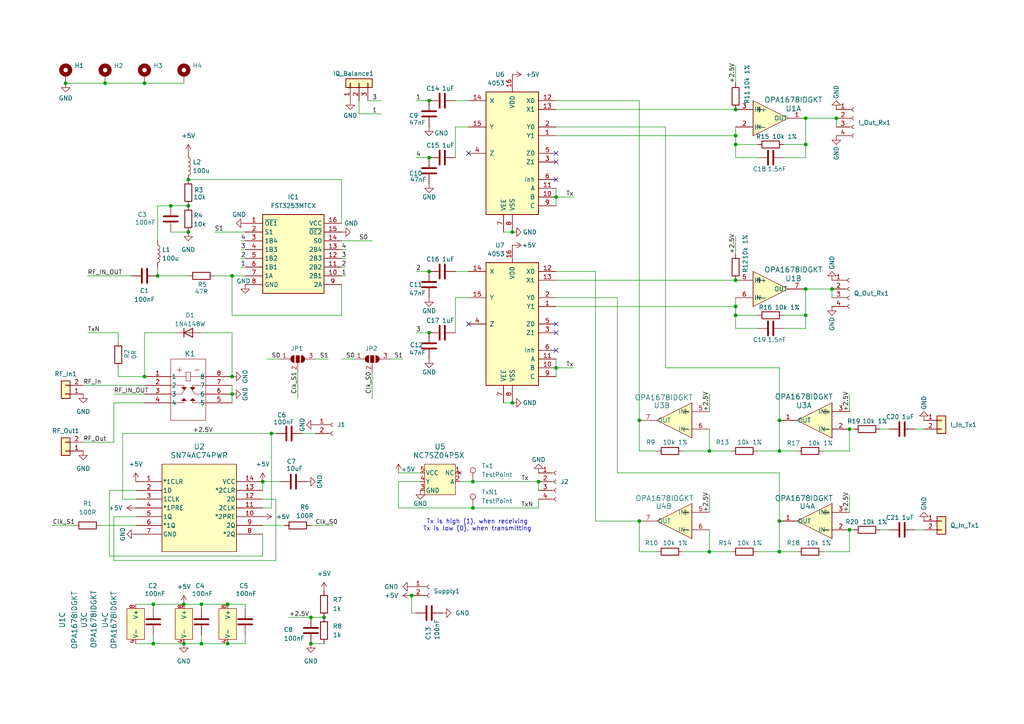
<source format=kicad_sch>
(kicad_sch (version 20231120) (generator "eeschema") (generator_version "8.0")
  (paper "A4")
  (title_block (title "Phasor Radio: Mixer") (date "2024-11-07") (rev "v3") (company "Stefan Meyre, HB9GZE") (comment 1 "74AC74 added"))
  (junction (at 213.36 41.91))
  (junction (at 30.48 24.13))
  (junction (at 226.06 130.81))
  (junction (at 58.42 186.69))
  (junction (at 44.45 186.69))
  (junction (at 67.31 109.22))
  (junction (at 41.91 24.13))
  (junction (at 241.3 83.82))
  (junction (at 185.42 121.92))
  (junction (at 233.68 41.91))
  (junction (at 90.17 179.07))
  (junction (at 41.91 109.22))
  (junction (at 161.29 57.15))
  (junction (at 213.36 31.75))
  (junction (at 58.42 175.26))
  (junction (at 185.42 151.13))
  (junction (at 233.68 34.29))
  (junction (at 54.61 59.69))
  (junction (at 54.61 67.31))
  (junction (at 156.21 139.7))
  (junction (at 67.31 80.01))
  (junction (at 137.16 147.32))
  (junction (at 67.31 114.3))
  (junction (at 53.34 175.26))
  (junction (at 124.46 96.52))
  (junction (at 205.74 130.81))
  (junction (at 78.74 125.73))
  (junction (at 66.04 186.69))
  (junction (at 233.68 91.44))
  (junction (at 213.36 88.9))
  (junction (at 233.68 83.82))
  (junction (at 66.04 175.26))
  (junction (at 213.36 81.28))
  (junction (at 205.74 160.02))
  (junction (at 53.34 186.69))
  (junction (at 93.98 179.07))
  (junction (at 54.61 52.07))
  (junction (at 148.59 67.31))
  (junction (at 226.06 121.92))
  (junction (at 161.29 106.68))
  (junction (at 45.72 80.01))
  (junction (at 119.38 172.72))
  (junction (at 137.16 139.7))
  (junction (at 90.17 186.69))
  (junction (at 213.36 39.37))
  (junction (at 213.36 91.44))
  (junction (at 226.06 160.02))
  (junction (at 19.05 24.13))
  (junction (at 76.2 139.7))
  (junction (at 49.53 59.69))
  (junction (at 246.38 124.46))
  (junction (at 124.46 45.72))
  (junction (at 124.46 29.21))
  (junction (at 246.38 153.67))
  (junction (at 124.46 78.74))
  (junction (at 242.57 34.29))
  (junction (at 44.45 175.26))
  (junction (at 226.06 151.13))
  (junction (at 148.59 116.84))
  (no_connect (at 135.89 44.45))
  (no_connect (at 135.89 93.98))
  (no_connect (at 161.29 52.07))
  (no_connect (at 161.29 93.98))
  (no_connect (at 161.29 96.52))
  (no_connect (at 161.29 101.6))
  (no_connect (at 161.29 44.45))
  (no_connect (at 161.29 46.99))
  (wire (pts (xy 67.31 111.76) (xy 67.31 114.3)))
  (wire (pts (xy 34.29 99.06) (xy 34.29 96.52)))
  (wire (pts (xy 39.37 144.78) (xy 35.56 144.78)))
  (wire (pts (xy 71.12 69.85) (xy 69.85 69.85)))
  (wire (pts (xy 33.02 128.27) (xy 33.02 116.84)))
  (wire (pts (xy 113.03 104.14) (xy 116.84 104.14)))
  (wire (pts (xy 121.92 139.7) (xy 115.57 139.7)))
  (wire (pts (xy 242.57 34.29) (xy 242.57 36.83)))
  (wire (pts (xy 255.27 153.67) (xy 257.81 153.67)))
  (wire (pts (xy 76.2 154.94) (xy 76.2 161.29)))
  (wire (pts (xy 99.06 69.85) (xy 107.95 69.85)))
  (wire (pts (xy 213.36 88.9) (xy 213.36 91.44)))
  (wire (pts (xy 233.68 83.82) (xy 241.3 83.82)))
  (wire (pts (xy 246.38 143.51) (xy 246.38 148.59)))
  (wire (pts (xy 99.06 104.14) (xy 102.87 104.14)))
  (wire (pts (xy 205.74 130.81) (xy 212.09 130.81)))
  (wire (pts (xy 30.48 24.13) (xy 41.91 24.13)))
  (wire (pts (xy 198.12 160.02) (xy 205.74 160.02)))
  (wire (pts (xy 247.65 124.46) (xy 246.38 124.46)))
  (wire (pts (xy 67.31 80.01) (xy 67.31 91.44)))
  (wire (pts (xy 205.74 153.67) (xy 205.74 160.02)))
  (wire (pts (xy 45.72 59.69) (xy 45.72 69.85)))
  (wire (pts (xy 35.56 144.78) (xy 35.56 125.73)))
  (wire (pts (xy 132.08 86.36) (xy 132.08 96.52)))
  (wire (pts (xy 198.12 130.81) (xy 205.74 130.81)))
  (wire (pts (xy 255.27 124.46) (xy 257.81 124.46)))
  (wire (pts (xy 246.38 114.3) (xy 246.38 119.38)))
  (wire (pts (xy 241.3 83.82) (xy 241.3 86.36)))
  (wire (pts (xy 24.13 111.76) (xy 41.91 111.76)))
  (wire (pts (xy 83.82 179.07) (xy 90.17 179.07)))
  (wire (pts (xy 115.57 137.16) (xy 121.92 137.16)))
  (wire (pts (xy 120.65 96.52) (xy 124.46 96.52)))
  (wire (pts (xy 161.29 57.15) (xy 166.37 57.15)))
  (wire (pts (xy 265.43 153.67) (xy 267.97 153.67)))
  (wire (pts (xy 246.38 124.46) (xy 246.38 130.81)))
  (wire (pts (xy 39.37 186.69) (xy 44.45 186.69)))
  (wire (pts (xy 71.12 77.47) (xy 69.85 77.47)))
  (wire (pts (xy 193.04 106.68) (xy 193.04 36.83)))
  (wire (pts (xy 67.31 114.3) (xy 67.31 116.84)))
  (wire (pts (xy 213.36 39.37) (xy 213.36 41.91)))
  (wire (pts (xy 49.53 67.31) (xy 54.61 67.31)))
  (wire (pts (xy 33.02 162.56) (xy 80.01 162.56)))
  (wire (pts (xy 179.07 86.36) (xy 161.29 86.36)))
  (wire (pts (xy 146.05 67.31) (xy 148.59 67.31)))
  (wire (pts (xy 90.17 186.69) (xy 93.98 186.69)))
  (wire (pts (xy 115.57 147.32) (xy 115.57 139.7)))
  (wire (pts (xy 86.36 107.95) (xy 86.36 115.57)))
  (wire (pts (xy 67.31 80.01) (xy 71.12 80.01)))
  (wire (pts (xy 77.47 104.14) (xy 81.28 104.14)))
  (wire (pts (xy 45.72 77.47) (xy 45.72 80.01)))
  (wire (pts (xy 161.29 81.28) (xy 213.36 81.28)))
  (wire (pts (xy 58.42 184.15) (xy 58.42 186.69)))
  (wire (pts (xy 87.63 125.73) (xy 91.44 125.73)))
  (wire (pts (xy 53.34 175.26) (xy 58.42 175.26)))
  (wire (pts (xy 265.43 124.46) (xy 267.97 124.46)))
  (wire (pts (xy 219.71 130.81) (xy 226.06 130.81)))
  (wire (pts (xy 90.17 152.4) (xy 96.52 152.4)))
  (wire (pts (xy 132.08 45.72) (xy 132.08 36.83)))
  (wire (pts (xy 71.12 176.53) (xy 71.12 175.26)))
  (wire (pts (xy 137.16 139.7) (xy 156.21 139.7)))
  (wire (pts (xy 31.75 142.24) (xy 39.37 142.24)))
  (wire (pts (xy 185.42 29.21) (xy 161.29 29.21)))
  (wire (pts (xy 71.12 184.15) (xy 71.12 186.69)))
  (wire (pts (xy 69.85 72.39) (xy 71.12 72.39)))
  (wire (pts (xy 31.75 161.29) (xy 31.75 142.24)))
  (wire (pts (xy 104.14 29.21) (xy 104.14 33.02)))
  (wire (pts (xy 205.74 160.02) (xy 212.09 160.02)))
  (wire (pts (xy 185.42 29.21) (xy 185.42 121.92)))
  (wire (pts (xy 58.42 175.26) (xy 66.04 175.26)))
  (wire (pts (xy 213.36 45.72) (xy 219.71 45.72)))
  (wire (pts (xy 76.2 152.4) (xy 82.55 152.4)))
  (wire (pts (xy 219.71 160.02) (xy 226.06 160.02)))
  (wire (pts (xy 161.29 106.68) (xy 161.29 109.22)))
  (wire (pts (xy 226.06 130.81) (xy 226.06 121.92)))
  (wire (pts (xy 33.02 116.84) (xy 41.91 116.84)))
  (wire (pts (xy 185.42 151.13) (xy 172.72 151.13)))
  (wire (pts (xy 34.29 106.68) (xy 34.29 109.22)))
  (wire (pts (xy 231.14 130.81) (xy 226.06 130.81)))
  (wire (pts (xy 132.08 78.74) (xy 135.89 78.74)))
  (wire (pts (xy 67.31 96.52) (xy 67.31 109.22)))
  (wire (pts (xy 45.72 59.69) (xy 49.53 59.69)))
  (wire (pts (xy 41.91 24.13) (xy 53.34 24.13)))
  (wire (pts (xy 99.06 82.55) (xy 99.06 91.44)))
  (wire (pts (xy 185.42 160.02) (xy 185.42 151.13)))
  (wire (pts (xy 44.45 175.26) (xy 53.34 175.26)))
  (wire (pts (xy 19.05 24.13) (xy 30.48 24.13)))
  (wire (pts (xy 185.42 130.81) (xy 190.5 130.81)))
  (wire (pts (xy 25.4 80.01) (xy 38.1 80.01)))
  (wire (pts (xy 161.29 106.68) (xy 166.37 106.68)))
  (wire (pts (xy 90.17 179.07) (xy 93.98 179.07)))
  (wire (pts (xy 76.2 139.7) (xy 76.2 142.24)))
  (wire (pts (xy 179.07 137.16) (xy 179.07 86.36)))
  (wire (pts (xy 213.36 41.91) (xy 219.71 41.91)))
  (wire (pts (xy 161.29 104.14) (xy 161.29 106.68)))
  (wire (pts (xy 156.21 139.7) (xy 156.21 142.24)))
  (wire (pts (xy 29.21 152.4) (xy 39.37 152.4)))
  (wire (pts (xy 44.45 175.26) (xy 44.45 176.53)))
  (wire (pts (xy 104.14 33.02) (xy 110.49 33.02)))
  (wire (pts (xy 226.06 151.13) (xy 226.06 160.02)))
  (wire (pts (xy 62.23 67.31) (xy 71.12 67.31)))
  (wire (pts (xy 193.04 36.83) (xy 161.29 36.83)))
  (wire (pts (xy 227.33 41.91) (xy 233.68 41.91)))
  (wire (pts (xy 58.42 186.69) (xy 66.04 186.69)))
  (wire (pts (xy 226.06 121.92) (xy 226.06 106.68)))
  (wire (pts (xy 227.33 95.25) (xy 233.68 95.25)))
  (wire (pts (xy 213.36 41.91) (xy 213.36 45.72)))
  (wire (pts (xy 100.33 80.01) (xy 99.06 80.01)))
  (wire (pts (xy 120.65 45.72) (xy 124.46 45.72)))
  (wire (pts (xy 161.29 78.74) (xy 172.72 78.74)))
  (wire (pts (xy 62.23 80.01) (xy 67.31 80.01)))
  (wire (pts (xy 107.95 107.95) (xy 107.95 115.57)))
  (wire (pts (xy 226.06 151.13) (xy 226.06 137.16)))
  (wire (pts (xy 133.35 139.7) (xy 137.16 139.7)))
  (wire (pts (xy 115.57 147.32) (xy 137.16 147.32)))
  (wire (pts (xy 213.36 73.66) (xy 213.36 68.58)))
  (wire (pts (xy 54.61 52.07) (xy 99.06 52.07)))
  (wire (pts (xy 71.12 74.93) (xy 69.85 74.93)))
  (wire (pts (xy 41.91 109.22) (xy 41.91 96.52)))
  (wire (pts (xy 33.02 149.86) (xy 33.02 162.56)))
  (wire (pts (xy 190.5 160.02) (xy 185.42 160.02)))
  (wire (pts (xy 246.38 130.81) (xy 238.76 130.81)))
  (wire (pts (xy 233.68 34.29) (xy 242.57 34.29)))
  (wire (pts (xy 246.38 153.67) (xy 246.38 160.02)))
  (wire (pts (xy 135.89 86.36) (xy 132.08 86.36)))
  (wire (pts (xy 137.16 147.32) (xy 156.21 147.32)))
  (wire (pts (xy 185.42 121.92) (xy 185.42 130.81)))
  (wire (pts (xy 132.08 29.21) (xy 135.89 29.21)))
  (wire (pts (xy 119.38 177.8) (xy 120.65 177.8)))
  (wire (pts (xy 21.59 152.4) (xy 15.24 152.4)))
  (wire (pts (xy 41.91 96.52) (xy 50.8 96.52)))
  (wire (pts (xy 146.05 116.84) (xy 148.59 116.84)))
  (wire (pts (xy 226.06 137.16) (xy 179.07 137.16)))
  (wire (pts (xy 161.29 57.15) (xy 161.29 59.69)))
  (wire (pts (xy 99.06 74.93) (xy 100.33 74.93)))
  (wire (pts (xy 76.2 139.7) (xy 81.28 139.7)))
  (wire (pts (xy 205.74 114.3) (xy 205.74 119.38)))
  (wire (pts (xy 66.04 175.26) (xy 71.12 175.26)))
  (wire (pts (xy 44.45 184.15) (xy 44.45 186.69)))
  (wire (pts (xy 39.37 175.26) (xy 44.45 175.26)))
  (wire (pts (xy 49.53 59.69) (xy 54.61 59.69)))
  (wire (pts (xy 205.74 124.46) (xy 205.74 130.81)))
  (wire (pts (xy 172.72 151.13) (xy 172.72 78.74)))
  (wire (pts (xy 54.61 80.01) (xy 45.72 80.01)))
  (wire (pts (xy 227.33 45.72) (xy 233.68 45.72)))
  (wire (pts (xy 80.01 144.78) (xy 76.2 144.78)))
  (wire (pts (xy 213.36 91.44) (xy 213.36 95.25)))
  (wire (pts (xy 53.34 186.69) (xy 58.42 186.69)))
  (wire (pts (xy 58.42 96.52) (xy 67.31 96.52)))
  (wire (pts (xy 120.65 78.74) (xy 124.46 78.74)))
  (wire (pts (xy 33.02 114.3) (xy 41.91 114.3)))
  (wire (pts (xy 226.06 106.68) (xy 193.04 106.68)))
  (wire (pts (xy 39.37 149.86) (xy 33.02 149.86)))
  (wire (pts (xy 233.68 91.44) (xy 233.68 83.82)))
  (wire (pts (xy 119.38 172.72) (xy 119.38 177.8)))
  (wire (pts (xy 91.44 104.14) (xy 95.25 104.14)))
  (wire (pts (xy 35.56 125.73) (xy 78.74 125.73)))
  (wire (pts (xy 161.29 54.61) (xy 161.29 57.15)))
  (wire (pts (xy 80.01 162.56) (xy 80.01 144.78)))
  (wire (pts (xy 233.68 95.25) (xy 233.68 91.44)))
  (wire (pts (xy 100.33 77.47) (xy 99.06 77.47)))
  (wire (pts (xy 99.06 91.44) (xy 67.31 91.44)))
  (wire (pts (xy 132.08 36.83) (xy 135.89 36.83)))
  (wire (pts (xy 213.36 88.9) (xy 213.36 86.36)))
  (wire (pts (xy 161.29 39.37) (xy 213.36 39.37)))
  (wire (pts (xy 78.74 125.73) (xy 80.01 125.73)))
  (wire (pts (xy 34.29 109.22) (xy 41.91 109.22)))
  (wire (pts (xy 213.36 91.44) (xy 219.71 91.44)))
  (wire (pts (xy 161.29 88.9) (xy 213.36 88.9)))
  (wire (pts (xy 226.06 160.02) (xy 231.14 160.02)))
  (wire (pts (xy 213.36 24.13) (xy 213.36 19.05)))
  (wire (pts (xy 233.68 41.91) (xy 233.68 34.29)))
  (wire (pts (xy 99.06 52.07) (xy 99.06 64.77)))
  (wire (pts (xy 213.36 39.37) (xy 213.36 36.83)))
  (wire (pts (xy 24.13 128.27) (xy 33.02 128.27)))
  (wire (pts (xy 25.4 96.52) (xy 34.29 96.52)))
  (wire (pts (xy 247.65 153.67) (xy 246.38 153.67)))
  (wire (pts (xy 58.42 175.26) (xy 58.42 176.53)))
  (wire (pts (xy 161.29 31.75) (xy 213.36 31.75)))
  (wire (pts (xy 78.74 147.32) (xy 78.74 125.73)))
  (wire (pts (xy 246.38 160.02) (xy 238.76 160.02)))
  (wire (pts (xy 227.33 91.44) (xy 233.68 91.44)))
  (wire (pts (xy 71.12 186.69) (xy 66.04 186.69)))
  (wire (pts (xy 106.68 29.21) (xy 110.49 29.21)))
  (wire (pts (xy 213.36 95.25) (xy 219.71 95.25)))
  (wire (pts (xy 120.65 29.21) (xy 124.46 29.21)))
  (wire (pts (xy 76.2 161.29) (xy 31.75 161.29)))
  (wire (pts (xy 233.68 45.72) (xy 233.68 41.91)))
  (wire (pts (xy 100.33 72.39) (xy 99.06 72.39)))
  (wire (pts (xy 205.74 143.51) (xy 205.74 148.59)))
  (wire (pts (xy 44.45 186.69) (xy 53.34 186.69)))
  (wire (pts (xy 156.21 144.78) (xy 156.21 147.32)))
  (wire (pts (xy 76.2 147.32) (xy 78.74 147.32)))
  (text "Tx is high (1), when receiving\nTx is low (0), when transmitting" (at 138.43 152.4 0) (effects (font (size 1.27 1.27))))
  (label "3" (at 69.85 72.39 0))
  (label "3" (at 120.65 96.52 0))
  (label "RF_IN_OUT" (at 33.02 114.3 0))
  (label "+2.5V" (at 213.36 73.66 90))
  (label "S1" (at 114.3 104.14 0))
  (label "1" (at 69.85 77.47 0))
  (label "S0" (at 104.14 69.85 0))
  (label "Clk_S0" (at 107.95 114.3 90))
  (label "Clk_S1" (at 86.36 114.3 90))
  (label "2" (at 69.85 74.93 0))
  (label "1" (at 107.95 33.02 0))
  (label "TxN" (at 25.4 96.52 0))
  (label "Tx" (at 166.37 57.15 180))
  (label "RF_Out" (at 24.13 128.27 0))
  (label "+2.5V" (at 205.74 148.59 90))
  (label "+2.5V" (at 246.38 148.59 90))
  (label "S0" (at 78.74 104.14 0))
  (label "+2.5V" (at 246.38 119.38 90))
  (label "1" (at 120.65 29.21 0))
  (label "Clk_S0" (at 91.44 152.4 0))
  (label "Tx" (at 166.37 106.68 180))
  (label "+2.5V" (at 55.88 125.73 0))
  (label "2" (at 120.65 78.74 0))
  (label "4" (at 120.65 45.72 0))
  (label "TxN" (at 151.13 147.32 0))
  (label "RF_IN_OUT" (at 25.4 80.01 0))
  (label "S1" (at 92.71 104.14 0))
  (label "RF_In" (at 24.13 111.76 0))
  (label "4" (at 69.85 69.85 0))
  (label "4" (at 99.06 72.39 0))
  (label "+2.5V" (at 83.82 179.07 0))
  (label "S1" (at 62.23 67.31 0))
  (label "+2.5V" (at 213.36 24.13 90))
  (label "2" (at 99.06 77.47 0))
  (label "Clk_S1" (at 15.24 152.4 0))
  (label "3" (at 99.06 74.93 0))
  (label "S0" (at 100.33 104.14 0))
  (label "+2.5V" (at 205.74 119.38 90))
  (label "3" (at 107.95 29.21 0))
  (label "Tx" (at 151.13 139.7 0))
  (label "1" (at 99.06 80.01 0))
  (symbol (lib_id "Device:R") (at 34.29 102.87 180) (unit 1)
    (property "Reference" "R2" (at 36.83 102.616 90))
    (property "Value" "0R" (at 38.862 102.87 90))
    (property "Footprint" "Resistor_SMD:R_0805_2012Metric_Pad1.20x1.40mm_HandSolder" (effects (hide yes)))
    (property "Description" "Resistor" (effects (hide yes)))
  )
  (symbol (lib_id "power:+5V") (at 115.57 137.16 0) (unit 1)
    (property "Reference" "#PWR023" (effects (hide yes)))
    (property "Value" "+5V" (at 118.364 136.144 0))
    (property "Description" "Power symbol creates a global label with name \"+5V\"" (effects (hide yes)))
  )
  (symbol (lib_id "Device:R") (at 223.52 91.44 90) (unit 1)
    (property "Reference" "R16" (at 221.996 89.154 90))
    (property "Value" "10k 1%" (at 228.346 89.154 90))
    (property "Footprint" "Resistor_SMD:R_0805_2012Metric_Pad1.20x1.40mm_HandSolder" (effects (hide yes)))
    (property "Description" "Resistor" (effects (hide yes)))
  )
  (symbol (lib_id "power:GND") (at 53.34 186.69 0) (unit 1)
    (property "Reference" "#PWR08" (effects (hide yes)))
    (property "Value" "GND" (at 53.34 191.77 0))
    (property "Description" "Power symbol creates a global label with name \"GND\" , ground" (effects (hide yes)))
  )
  (symbol (lib_id "Mechanical:MountingHole_Pad") (at 19.05 21.59 0) (unit 1)
    (property "Reference" "H1" (at 21.59 19.0499 0) (effects (justify left)))
    (property "Value" "MountingHole_Pad" (effects (hide yes)))
    (property "Footprint" "MountingHole:MountingHole_2.7mm_M2.5_DIN965_Pad_TopBottom" (effects (hide yes)))
    (property "Description" "Mounting Hole with connection" (effects (hide yes)))
  )
  (symbol (lib_id "power:+5V") (at 93.98 171.45 0) (unit 1)
    (property "Reference" "#PWR020" (effects (hide yes)))
    (property "Value" "+5V" (at 93.98 166.37 0))
    (property "Description" "Power symbol creates a global label with name \"+5V\"" (effects (hide yes)))
  )
  (symbol (lib_id "Device:R") (at 25.4 152.4 270) (unit 1)
    (property "Reference" "R1" (at 25.4 146.05 90))
    (property "Value" "100R" (at 25.4 148.59 90))
    (property "Footprint" "Resistor_SMD:R_0603_1608Metric_Pad0.98x0.95mm_HandSolder" (effects (hide yes)))
    (property "Description" "Resistor" (effects (hide yes)))
  )
  (symbol (lib_id "Jumper:SolderJumper_3_Open") (at 86.36 104.14 0) (unit 1) (exclude_from_sim yes) (in_bom no)
    (property "Reference" "JP1" (at 86.106 101.092 0))
    (property "Value" "SolderJumper_3_Open" (effects (hide yes)))
    (property "Footprint" "Jumper:SolderJumper-3_P1.3mm_Open_Pad1.0x1.5mm_NumberLabels" (effects (hide yes)))
    (property "Description" "Solder Jumper, 3-pole, open" (effects (hide yes)))
  )
  (symbol (lib_id "Device:L") (at 45.72 73.66 0) (unit 1)
    (property "Reference" "L1" (at 46.99 72.3899 0) (effects (justify left)))
    (property "Value" "100u" (at 46.99 74.9299 0) (effects (justify left)))
    (property "Footprint" "Inductor_SMD:L_0805_2012Metric_Pad1.15x1.40mm_HandSolder" (effects (hide yes)))
    (property "Description" "Inductor" (effects (hide yes)))
  )
  (symbol (lib_id "power:GND") (at 242.57 39.37 0) (unit 1)
    (property "Reference" "#PWR040" (effects (hide yes)))
    (property "Value" "GND" (at 242.57 44.45 90))
    (property "Description" "Power symbol creates a global label with name \"GND\" , ground" (effects (hide yes)))
  )
  (symbol (lib_id "Device:R") (at 215.9 160.02 90) (unit 1)
    (property "Reference" "R14" (at 210.312 157.48 90))
    (property "Value" "10k 1%" (at 217.424 157.48 90))
    (property "Footprint" "Resistor_SMD:R_0805_2012Metric_Pad1.20x1.40mm_HandSolder" (effects (hide yes)))
    (property "Description" "Resistor" (effects (hide yes)))
  )
  (symbol (lib_id "Connector:Conn_01x02_Socket") (at 124.46 170.18 0) (unit 1)
    (property "Reference" "Supply1" (at 125.73 171.4499 0) (effects (justify left)))
    (property "Value" "Conn_01x02_Socket" (effects (hide yes)))
    (property "Footprint" "Connector_JST:JST_EH_B2B-EH-A_1x02_P2.50mm_Vertical" (effects (hide yes)))
    (property "Description" "Generic connector, single row, 01x02, script generated" (effects (hide yes)))
  )
  (symbol (lib_id "Device:C") (at 71.12 180.34 180) (unit 1)
    (property "Reference" "C5" (at 69.342 169.926 0) (effects (justify right)))
    (property "Value" "100nF" (at 68.326 172.212 0) (effects (justify right)))
    (property "Footprint" "Capacitor_SMD:C_0805_2012Metric_Pad1.18x1.45mm_HandSolder" (effects (hide yes)))
    (property "Description" "Unpolarized capacitor" (effects (hide yes)))
  )
  (symbol (lib_id "Connector:Conn_01x04_Socket") (at 247.65 34.29 0) (unit 1)
    (property "Reference" "I_Out_Rx1" (at 248.92 35.5599 0) (effects (justify left)))
    (property "Value" "Conn_01x04_Socket" (effects (hide yes)))
    (property "Footprint" "Connector_JST:JST_EH_B4B-EH-A_1x04_P2.50mm_Vertical" (effects (hide yes)))
    (property "Description" "Generic connector, single row, 01x04, script generated" (effects (hide yes)))
  )
  (symbol (lib_id "power:GND") (at 24.13 130.81 0) (unit 1)
    (property "Reference" "#PWR03" (effects (hide yes)))
    (property "Value" "GND" (at 24.13 135.89 0))
    (property "Description" "Power symbol creates a global label with name \"GND\" , ground" (effects (hide yes)))
  )
  (symbol (lib_id "power:GND") (at 99.06 67.31 90) (unit 1)
    (property "Reference" "#PWR021" (effects (hide yes)))
    (property "Value" "GND" (at 101.854 64.77 90))
    (property "Description" "Power symbol creates a global label with name \"GND\" , ground" (effects (hide yes)))
  )
  (symbol (lib_id "power:GND") (at 124.46 53.34 0) (unit 1)
    (property "Reference" "#PWR028" (effects (hide yes)))
    (property "Value" "GND" (at 124.46 57.15 0))
    (property "Description" "Power symbol creates a global label with name \"GND\" , ground" (effects (hide yes)))
  )
  (symbol (lib_id "Private:OPA1678IDGKT") (at 223.52 82.55 0) (mirror x) (unit 2)
    (property "Reference" "U1" (at 230.124 80.772 0) (effects (font (size 1.524 1.524))))
    (property "Value" "OPA1678IDGKT" (at 230.124 78.232 0) (effects (font (size 1.524 1.524))))
    (property "Footprint" "Private:OPA1678_L" (effects (hide yes)))
    (property "Datasheet" "OPA1678IDGKT" (effects (hide yes)))
  )
  (symbol (lib_id "power:GND") (at 91.44 123.19 270) (unit 1)
    (property "Reference" "#PWR019" (effects (hide yes)))
    (property "Value" "GND" (at 87.63 123.19 0))
    (property "Description" "Power symbol creates a global label with name \"GND\" , ground" (effects (hide yes)))
  )
  (symbol (lib_id "power:+5V") (at 76.2 149.86 270) (unit 1)
    (property "Reference" "#PWR016" (effects (hide yes)))
    (property "Value" "+5V" (at 80.01 149.8599 90) (effects (justify left)))
    (property "Description" "Power symbol creates a global label with name \"+5V\"" (effects (hide yes)))
  )
  (symbol (lib_id "Device:R") (at 194.31 160.02 90) (unit 1)
    (property "Reference" "R10" (at 188.976 157.48 90))
    (property "Value" "10k 1%" (at 195.834 157.48 90))
    (property "Footprint" "Resistor_SMD:R_0805_2012Metric_Pad1.20x1.40mm_HandSolder" (effects (hide yes)))
    (property "Description" "Resistor" (effects (hide yes)))
  )
  (symbol (lib_id "Device:R") (at 234.95 160.02 90) (unit 1)
    (property "Reference" "R18" (at 230.124 157.48 90))
    (property "Value" "10k 1%" (at 237.49 157.48 90))
    (property "Footprint" "Resistor_SMD:R_0805_2012Metric_Pad1.20x1.40mm_HandSolder" (effects (hide yes)))
    (property "Description" "Resistor" (effects (hide yes)))
  )
  (symbol (lib_id "Device:C") (at 124.46 177.8 270) (unit 1)
    (property "Reference" "C13" (at 124.206 185.674 0) (effects (justify right)))
    (property "Value" "100nF" (at 126.746 185.674 0) (effects (justify right)))
    (property "Footprint" "Capacitor_SMD:C_0805_2012Metric_Pad1.18x1.45mm_HandSolder" (effects (hide yes)))
    (property "Description" "Unpolarized capacitor" (effects (hide yes)))
  )
  (symbol (lib_id "power:+5V") (at 76.2 139.7 0) (unit 1)
    (property "Reference" "#PWR015" (effects (hide yes)))
    (property "Value" "+5V" (at 76.2 134.62 0))
    (property "Description" "Power symbol creates a global label with name \"+5V\"" (effects (hide yes)))
  )
  (symbol (lib_id "Device:R") (at 194.31 130.81 90) (unit 1)
    (property "Reference" "R9" (at 188.722 128.27 90))
    (property "Value" "10k 1%" (at 195.834 128.27 90))
    (property "Footprint" "Resistor_SMD:R_0805_2012Metric_Pad1.20x1.40mm_HandSolder" (effects (hide yes)))
    (property "Description" "Resistor" (effects (hide yes)))
  )
  (symbol (lib_id "Device:C") (at 128.27 96.52 270) (unit 1)
    (property "Reference" "C17" (at 127.508 92.964 90) (effects (justify right)))
    (property "Value" "1uF" (at 131.826 92.964 90) (effects (justify right)))
    (property "Footprint" "Capacitor_SMD:C_0805_2012Metric_Pad1.18x1.45mm_HandSolder" (effects (hide yes)))
    (property "Description" "Unpolarized capacitor" (effects (hide yes)))
  )
  (symbol (lib_id "power:GND") (at 242.57 31.75 180) (unit 1)
    (property "Reference" "#PWR039" (effects (hide yes)))
    (property "Value" "GND" (at 242.57 26.67 90))
    (property "Description" "Power symbol creates a global label with name \"GND\" , ground" (effects (hide yes)))
  )
  (symbol (lib_id "Private:SN74AC74PWR") (at 39.37 139.7 0) (unit 1)
    (property "Reference" "U2" (at 57.785 129.54 0) (effects (font (size 1.524 1.524))))
    (property "Value" "SN74AC74PWR" (at 57.785 132.08 0) (effects (font (size 1.524 1.524))))
    (property "Footprint" "Private:74AC74-L" (effects (hide yes)))
    (property "Datasheet" "SN74AC74PWR" (effects (hide yes)))
  )
  (symbol (lib_id "power:GND") (at 267.97 151.13 180) (unit 1)
    (property "Reference" "#PWR042" (effects (hide yes)))
    (property "Value" "GND" (at 267.97 146.05 90))
    (property "Description" "Power symbol creates a global label with name \"GND\" , ground" (effects (hide yes)))
  )
  (symbol (lib_id "Mechanical:MountingHole_Pad") (at 41.91 21.59 0) (unit 1)
    (property "Reference" "H3" (at 44.45 19.0499 0) (effects (justify left)))
    (property "Value" "MountingHole_Pad" (effects (hide yes)))
    (property "Footprint" "MountingHole:MountingHole_2.7mm_M2.5_DIN965_Pad_TopBottom" (effects (hide yes)))
    (property "Description" "Mounting Hole with connection" (effects (hide yes)))
  )
  (symbol (lib_id "Device:L") (at 54.61 48.26 0) (unit 1)
    (property "Reference" "L2" (at 55.88 46.9899 0) (effects (justify left)))
    (property "Value" "100u" (at 55.88 49.5299 0) (effects (justify left)))
    (property "Footprint" "Inductor_SMD:L_0805_2012Metric_Pad1.15x1.40mm_HandSolder" (effects (hide yes)))
    (property "Description" "Inductor" (effects (hide yes)))
  )
  (symbol (lib_id "Connector:TestPoint") (at 137.16 147.32 0) (unit 1)
    (property "Reference" "TxN1" (at 139.7 142.7479 0) (effects (justify left)))
    (property "Value" "TestPoint" (at 139.7 145.2879 0) (effects (justify left)))
    (property "Footprint" "Connector_Pin:Pin_D0.7mm_L6.5mm_W1.8mm_FlatFork" (effects (hide yes)))
    (property "Description" "test point" (effects (hide yes)))
  )
  (symbol (lib_id "power:GND") (at 124.46 86.36 0) (unit 1)
    (property "Reference" "#PWR029" (effects (hide yes)))
    (property "Value" "GND" (at 124.46 90.17 0))
    (property "Description" "Power symbol creates a global label with name \"GND\" , ground" (effects (hide yes)))
  )
  (symbol (lib_id "Device:R") (at 215.9 130.81 90) (unit 1)
    (property "Reference" "R13" (at 209.55 128.27 90))
    (property "Value" "10k 1%" (at 217.424 128.27 90))
    (property "Footprint" "Resistor_SMD:R_0805_2012Metric_Pad1.20x1.40mm_HandSolder" (effects (hide yes)))
    (property "Description" "Resistor" (effects (hide yes)))
  )
  (symbol (lib_id "Connector_Generic:Conn_01x02") (at 19.05 130.81 180) (unit 1)
    (property "Reference" "RF_Out1" (at 19.05 124.968 0))
    (property "Value" "Conn_01x02" (effects (hide yes)))
    (property "Footprint" "Connector_PinHeader_2.54mm:PinHeader_1x02_P2.54mm_Vertical" (effects (hide yes)))
    (property "Description" "Generic connector, single row, 01x02, script generated (kicad-library-utils/schlib/autogen/connector/)" (effects (hide yes)))
  )
  (symbol (lib_id "power:GND") (at 156.21 137.16 180) (unit 1)
    (property "Reference" "#PWR036" (effects (hide yes)))
    (property "Value" "GND" (at 156.21 133.35 0))
    (property "Description" "Power symbol creates a global label with name \"GND\" , ground" (effects (hide yes)))
  )
  (symbol (lib_id "Diode:1N4148W") (at 54.61 96.52 0) (unit 1)
    (property "Reference" "D1" (at 55.118 91.44 0))
    (property "Value" "1N4148W" (at 55.118 93.98 0))
    (property "Footprint" "Diode_SMD:D_SOD-123" (effects (hide yes)))
    (property "Datasheet" "https://www.vishay.com/docs/85748/1n4148w.pdf" (effects (hide yes)))
    (property "Description" "75V 0.15A Fast Switching Diode, SOD-123" (effects (hide yes)))
    (property "Sim.Device" "D" (effects (hide yes)))
    (property "Sim.Pins" "1=K 2=A" (effects (hide yes)))
  )
  (symbol (lib_id "power:GND") (at 54.61 67.31 0) (unit 1)
    (property "Reference" "#PWR010" (effects (hide yes)))
    (property "Value" "GND" (at 54.61 72.39 0))
    (property "Description" "Power symbol creates a global label with name \"GND\" , ground" (effects (hide yes)))
  )
  (symbol (lib_id "power:GND") (at 121.92 142.24 0) (unit 1)
    (property "Reference" "#PWR026" (effects (hide yes)))
    (property "Value" "GND" (at 121.92 146.05 0))
    (property "Description" "Power symbol creates a global label with name \"GND\" , ground" (effects (hide yes)))
  )
  (symbol (lib_id "Private:OPA1678IDGKT") (at 236.22 149.86 180) (unit 1)
    (property "Reference" "U4" (at 234.188 146.812 0) (effects (font (size 1.524 1.524))))
    (property "Value" "OPA1678IDGKT" (at 233.172 144.526 0) (effects (font (size 1.524 1.524))))
    (property "Footprint" "Private:OPA1678_L" (effects (hide yes)))
    (property "Datasheet" "OPA1678IDGKT" (effects (hide yes)))
  )
  (symbol (lib_id "4xxx:4053") (at 148.59 93.98 0) (mirror y) (unit 1)
    (property "Reference" "U7" (at 146.3959 71.12 0) (effects (justify left)))
    (property "Value" "4053" (at 146.3959 73.66 0) (effects (justify left)))
    (property "Footprint" "Private:TSSOP16_5P1X4P5_NEX" (effects (hide yes)))
    (property "Datasheet" "http://www.intersil.com/content/dam/Intersil/documents/cd40/cd4051bms-52bms-53bms.pdf" (effects (hide yes)))
    (property "Description" "Triple analog Multiplexer 2 to 1 line" (effects (hide yes)))
  )
  (symbol (lib_id "Jumper:SolderJumper_3_Open") (at 107.95 104.14 0) (unit 1) (exclude_from_sim yes) (in_bom no)
    (property "Reference" "JP2" (at 107.696 101.092 0))
    (property "Value" "SolderJumper_3_Open" (effects (hide yes)))
    (property "Footprint" "Jumper:SolderJumper-3_P1.3mm_Open_Pad1.0x1.5mm_NumberLabels" (effects (hide yes)))
    (property "Description" "Solder Jumper, 3-pole, open" (effects (hide yes)))
  )
  (symbol (lib_id "power:GND") (at 148.59 116.84 90) (unit 1)
    (property "Reference" "#PWR035" (effects (hide yes)))
    (property "Value" "GND" (at 153.67 116.84 90))
    (property "Description" "Power symbol creates a global label with name \"GND\" , ground" (effects (hide yes)))
  )
  (symbol (lib_id "Connector_Generic:Conn_01x03") (at 104.14 24.13 90) (unit 1)
    (property "Reference" "IQ_Balance1" (at 108.458 21.336 90) (effects (justify left)))
    (property "Value" "Conn_01x03" (effects (hide yes)))
    (property "Footprint" "Connector_PinHeader_1.00mm:PinHeader_1x03_P1.00mm_Vertical" (effects (hide yes)))
    (property "Description" "Generic connector, single row, 01x03, script generated (kicad-library-utils/schlib/autogen/connector/)" (effects (hide yes)))
  )
  (symbol (lib_id "power:+5V") (at 148.59 71.12 270) (unit 1)
    (property "Reference" "#PWR034" (effects (hide yes)))
    (property "Value" "+5V" (at 153.416 71.12 90))
    (property "Description" "Power symbol creates a global label with name \"+5V\"" (effects (hide yes)))
  )
  (symbol (lib_id "power:+5V") (at 39.37 147.32 90) (unit 1)
    (property "Reference" "#PWR05" (effects (hide yes)))
    (property "Value" "+5V" (at 35.56 147.3199 90) (effects (justify left)))
    (property "Description" "Power symbol creates a global label with name \"+5V\"" (effects (hide yes)))
  )
  (symbol (lib_id "power:GND") (at 148.59 67.31 90) (unit 1)
    (property "Reference" "#PWR033" (effects (hide yes)))
    (property "Value" "GND" (at 153.67 67.31 90))
    (property "Description" "Power symbol creates a global label with name \"GND\" , ground" (effects (hide yes)))
  )
  (symbol (lib_id "Device:C") (at 44.45 180.34 180) (unit 1)
    (property "Reference" "C2" (at 42.926 169.926 0) (effects (justify right)))
    (property "Value" "100nF" (at 41.91 172.212 0) (effects (justify right)))
    (property "Footprint" "Capacitor_SMD:C_0805_2012Metric_Pad1.18x1.45mm_HandSolder" (effects (hide yes)))
    (property "Description" "Unpolarized capacitor" (effects (hide yes)))
  )
  (symbol (lib_id "Device:R") (at 58.42 80.01 90) (unit 1)
    (property "Reference" "R5" (at 58.674 82.55 90))
    (property "Value" "47R" (at 58.42 84.582 90))
    (property "Footprint" "Resistor_SMD:R_0805_2012Metric_Pad1.20x1.40mm_HandSolder" (effects (hide yes)))
    (property "Description" "Resistor" (effects (hide yes)))
  )
  (symbol (lib_id "Device:C") (at 124.46 49.53 180) (unit 1)
    (property "Reference" "C10" (at 118.618 50.292 0) (effects (justify right)))
    (property "Value" "47nF" (at 118.872 52.07 0) (effects (justify right)))
    (property "Footprint" "Capacitor_SMD:C_0805_2012Metric_Pad1.18x1.45mm_HandSolder" (effects (hide yes)))
    (property "Description" "Unpolarized capacitor" (effects (hide yes)))
  )
  (symbol (lib_id "Device:C") (at 223.52 95.25 270) (unit 1)
    (property "Reference" "C19" (at 222.25 98.552 90) (effects (justify right)))
    (property "Value" "1.5nF" (at 228.092 98.552 90) (effects (justify right)))
    (property "Footprint" "Capacitor_SMD:C_0805_2012Metric_Pad1.18x1.45mm_HandSolder" (effects (hide yes)))
    (property "Description" "Unpolarized capacitor" (effects (hide yes)))
  )
  (symbol (lib_id "Device:C") (at 124.46 82.55 180) (unit 1)
    (property "Reference" "C11" (at 118.618 82.55 0) (effects (justify right)))
    (property "Value" "47nF" (at 118.618 85.09 0) (effects (justify right)))
    (property "Footprint" "Capacitor_SMD:C_0805_2012Metric_Pad1.18x1.45mm_HandSolder" (effects (hide yes)))
    (property "Description" "Unpolarized capacitor" (effects (hide yes)))
  )
  (symbol (lib_id "Device:R") (at 251.46 153.67 90) (unit 1)
    (property "Reference" "R20" (at 247.142 151.384 90))
    (property "Value" "10k 1%" (at 253.746 151.384 90))
    (property "Footprint" "Resistor_SMD:R_0805_2012Metric_Pad1.20x1.40mm_HandSolder" (effects (hide yes)))
    (property "Description" "Resistor" (effects (hide yes)))
  )
  (symbol (lib_id "Device:R") (at 93.98 175.26 180) (unit 1)
    (property "Reference" "R7" (at 96.52 173.9899 0) (effects (justify right)))
    (property "Value" "1k" (at 96.52 176.5299 0) (effects (justify right)))
    (property "Footprint" "Resistor_SMD:R_0805_2012Metric_Pad1.20x1.40mm_HandSolder" (effects (hide yes)))
    (property "Description" "Resistor" (effects (hide yes)))
  )
  (symbol (lib_id "power:+5V") (at 119.38 172.72 90) (unit 1)
    (property "Reference" "#PWR025" (effects (hide yes)))
    (property "Value" "+5V" (at 115.57 172.7199 90) (effects (justify left)))
    (property "Description" "Power symbol creates a global label with name \"+5V\"" (effects (hide yes)))
  )
  (symbol (lib_id "Connector:Conn_01x04_Socket") (at 246.38 83.82 0) (unit 1)
    (property "Reference" "Q_Out_Rx1" (at 247.65 85.0899 0) (effects (justify left)))
    (property "Value" "Conn_01x04_Socket" (effects (hide yes)))
    (property "Footprint" "Connector_JST:JST_EH_B4B-EH-A_1x04_P2.50mm_Vertical" (effects (hide yes)))
    (property "Description" "Generic connector, single row, 01x04, script generated" (effects (hide yes)))
  )
  (symbol (lib_id "Mechanical:MountingHole_Pad") (at 53.34 21.59 0) (unit 1)
    (property "Reference" "H4" (at 55.88 19.0499 0) (effects (justify left)))
    (property "Value" "MountingHole_Pad" (effects (hide yes)))
    (property "Footprint" "MountingHole:MountingHole_2.7mm_M2.5_DIN965_Pad_TopBottom" (effects (hide yes)))
    (property "Description" "Mounting Hole with connection" (effects (hide yes)))
  )
  (symbol (lib_id "Private:OPA1678IDGKT") (at 195.58 120.65 180) (unit 2)
    (property "Reference" "U3" (at 191.9732 117.602 0) (effects (font (size 1.524 1.524))))
    (property "Value" "OPA1678IDGKT" (at 192.532 115.316 0) (effects (font (size 1.524 1.524))))
    (property "Footprint" "Private:OPA1678_L" (effects (hide yes)))
    (property "Datasheet" "OPA1678IDGKT" (effects (hide yes)))
  )
  (symbol (lib_id "power:GND") (at 67.31 109.22 90) (unit 1)
    (property "Reference" "#PWR011" (effects (hide yes)))
    (property "Value" "GND" (at 71.12 109.22 0))
    (property "Description" "Power symbol creates a global label with name \"GND\" , ground" (effects (hide yes)))
  )
  (symbol (lib_id "power:+5V") (at 54.61 44.45 0) (unit 1)
    (property "Reference" "#PWR09" (effects (hide yes)))
    (property "Value" "+5V" (at 54.61 39.37 0))
    (property "Description" "Power symbol creates a global label with name \"+5V\"" (effects (hide yes)))
  )
  (symbol (lib_id "power:GND") (at 128.27 177.8 90) (unit 1)
    (property "Reference" "#PWR031" (effects (hide yes)))
    (property "Value" "GND" (at 132.08 177.7999 90) (effects (justify right)))
    (property "Description" "Power symbol creates a global label with name \"GND\" , ground" (effects (hide yes)))
  )
  (symbol (lib_id "power:GND") (at 241.3 81.28 180) (unit 1)
    (property "Reference" "#PWR037" (effects (hide yes)))
    (property "Value" "GND" (at 241.3 76.2 90))
    (property "Description" "Power symbol creates a global label with name \"GND\" , ground" (effects (hide yes)))
  )
  (symbol (lib_id "power:+5V") (at 53.34 175.26 0) (unit 1)
    (property "Reference" "#PWR07" (effects (hide yes)))
    (property "Value" "+5V" (at 53.34 170.18 0))
    (property "Description" "Power symbol creates a global label with name \"+5V\"" (effects (hide yes)))
  )
  (symbol (lib_id "power:+5V") (at 148.59 21.59 270) (unit 1)
    (property "Reference" "#PWR032" (effects (hide yes)))
    (property "Value" "+5V" (at 152.4 21.5899 90) (effects (justify left)))
    (property "Description" "Power symbol creates a global label with name \"+5V\"" (effects (hide yes)))
  )
  (symbol (lib_id "Device:R") (at 213.36 77.47 180) (unit 1)
    (property "Reference" "R12" (at 216.154 77.216 90))
    (property "Value" "10k 1%" (at 216.154 71.628 90))
    (property "Footprint" "Resistor_SMD:R_0805_2012Metric_Pad1.20x1.40mm_HandSolder" (effects (hide yes)))
    (property "Description" "Resistor" (effects (hide yes)))
  )
  (symbol (lib_id "power:GND") (at 39.37 154.94 270) (unit 1)
    (property "Reference" "#PWR06" (effects (hide yes)))
    (property "Value" "GND" (at 35.56 154.94 0))
    (property "Description" "Power symbol creates a global label with name \"GND\" , ground" (effects (hide yes)))
  )
  (symbol (lib_id "Private:OPA1678IDGKT") (at 38.1 181.61 270) (unit 3)
    (property "Reference" "U1" (at 18.034 179.832 0) (effects (font (size 1.524 1.524))))
    (property "Value" "OPA1678IDGKT" (at 21.59 179.832 0) (effects (font (size 1.524 1.524))))
    (property "Footprint" "Private:OPA1678_L" (effects (hide yes)))
    (property "Datasheet" "OPA1678IDGKT" (effects (hide yes)))
  )
  (symbol (lib_id "power:GND") (at 71.12 82.55 0) (unit 1)
    (property "Reference" "#PWR014" (effects (hide yes)))
    (property "Value" "GND" (at 70.612 81.534 0))
    (property "Description" "Power symbol creates a global label with name \"GND\" , ground" (effects (hide yes)))
  )
  (symbol (lib_id "Device:C") (at 58.42 180.34 180) (unit 1)
    (property "Reference" "C4" (at 56.642 169.926 0) (effects (justify right)))
    (property "Value" "100nF" (at 55.626 172.212 0) (effects (justify right)))
    (property "Footprint" "Capacitor_SMD:C_0805_2012Metric_Pad1.18x1.45mm_HandSolder" (effects (hide yes)))
    (property "Description" "Unpolarized capacitor" (effects (hide yes)))
  )
  (symbol (lib_id "Device:C") (at 85.09 139.7 270) (unit 1)
    (property "Reference" "C7" (at 85.852 133.858 90) (effects (justify right)))
    (property "Value" "10uF" (at 87.884 135.89 90) (effects (justify right)))
    (property "Footprint" "Capacitor_SMD:C_0805_2012Metric_Pad1.18x1.45mm_HandSolder" (effects (hide yes)))
    (property "Description" "Unpolarized capacitor" (effects (hide yes)))
  )
  (symbol (lib_id "Connector_Generic:Conn_01x02") (at 273.05 121.92 0) (unit 1)
    (property "Reference" "I_In_Tx1" (at 275.59 123.1899 0) (effects (justify left)))
    (property "Value" "Conn_01x02" (effects (hide yes)))
    (property "Footprint" "Connector_JST:JST_EH_B2B-EH-A_1x02_P2.50mm_Vertical" (effects (hide yes)))
    (property "Description" "Generic connector, single row, 01x02, script generated (kicad-library-utils/schlib/autogen/connector/)" (effects (hide yes)))
  )
  (symbol (lib_id "power:GND") (at 88.9 139.7 90) (unit 1)
    (property "Reference" "#PWR017" (effects (hide yes)))
    (property "Value" "GND" (at 92.71 139.7 0))
    (property "Description" "Power symbol creates a global label with name \"GND\" , ground" (effects (hide yes)))
  )
  (symbol (lib_id "power:GND") (at 124.46 104.14 0) (unit 1)
    (property "Reference" "#PWR030" (effects (hide yes)))
    (property "Value" "GND" (at 124.46 107.95 0))
    (property "Description" "Power symbol creates a global label with name \"GND\" , ground" (effects (hide yes)))
  )
  (symbol (lib_id "Device:R") (at 54.61 55.88 0) (unit 1)
    (property "Reference" "R3" (at 57.658 55.118 0))
    (property "Value" "10k" (at 57.912 57.15 0))
    (property "Footprint" "Resistor_SMD:R_0805_2012Metric_Pad1.20x1.40mm_HandSolder" (effects (hide yes)))
    (property "Description" "Resistor" (effects (hide yes)))
  )
  (symbol (lib_id "Device:C") (at 128.27 78.74 270) (unit 1)
    (property "Reference" "C16" (at 127.508 75.184 90) (effects (justify right)))
    (property "Value" "1uF" (at 131.826 75.184 90) (effects (justify right)))
    (property "Footprint" "Capacitor_SMD:C_0805_2012Metric_Pad1.18x1.45mm_HandSolder" (effects (hide yes)))
    (property "Description" "Unpolarized capacitor" (effects (hide yes)))
  )
  (symbol (lib_id "Private:G6K-2F-Y_DC3") (at 41.91 109.22 0) (unit 1)
    (property "Reference" "K1" (at 55.118 102.616 0) (effects (font (size 1.524 1.524))))
    (property "Value" "G6K-2F-Y DC3" (effects (hide yes)))
    (property "Footprint" "Private:G6K-2F-Y DC3_OMR" (effects (hide yes)))
    (property "Datasheet" "G6K-2F-Y DC3" (effects (hide yes)))
  )
  (symbol (lib_id "Device:R") (at 54.61 63.5 0) (unit 1)
    (property "Reference" "R4" (at 56.134 62.484 0) (effects (justify left)))
    (property "Value" "10k" (at 56.134 65.024 0) (effects (justify left)))
    (property "Footprint" "Resistor_SMD:R_0805_2012Metric_Pad1.20x1.40mm_HandSolder" (effects (hide yes)))
    (property "Description" "Resistor" (effects (hide yes)))
  )
  (symbol (lib_id "Device:C") (at 128.27 45.72 270) (unit 1)
    (property "Reference" "C15" (at 127.508 42.164 90) (effects (justify right)))
    (property "Value" "1uF" (at 131.826 42.164 90) (effects (justify right)))
    (property "Footprint" "Capacitor_SMD:C_0805_2012Metric_Pad1.18x1.45mm_HandSolder" (effects (hide yes)))
    (property "Description" "Unpolarized capacitor" (effects (hide yes)))
  )
  (symbol (lib_id "Device:C") (at 49.53 63.5 180) (unit 1)
    (property "Reference" "C3" (at 39.878 62.23 0) (effects (justify right)))
    (property "Value" "100nF" (at 39.116 64.516 0) (effects (justify right)))
    (property "Footprint" "Capacitor_SMD:C_0805_2012Metric_Pad1.18x1.45mm_HandSolder" (effects (hide yes)))
    (property "Description" "Unpolarized capacitor" (effects (hide yes)))
  )
  (symbol (lib_id "Private:OPA1678IDGKT") (at 52.07 181.61 270) (unit 3)
    (property "Reference" "U3" (at 24.384 179.832 0) (effects (font (size 1.524 1.524))))
    (property "Value" "OPA1678IDGKT" (at 33.02 179.832 0) (effects (font (size 1.524 1.524))))
    (property "Footprint" "Private:OPA1678_L" (effects (hide yes)))
    (property "Datasheet" "OPA1678IDGKT" (effects (hide yes)))
  )
  (symbol (lib_id "power:GND") (at 90.17 186.69 0) (unit 1)
    (property "Reference" "#PWR018" (effects (hide yes)))
    (property "Value" "GND" (at 90.17 191.77 0))
    (property "Description" "Power symbol creates a global label with name \"GND\" , ground" (effects (hide yes)))
  )
  (symbol (lib_id "power:GND") (at 267.97 121.92 180) (unit 1)
    (property "Reference" "#PWR041" (effects (hide yes)))
    (property "Value" "GND" (at 267.97 116.84 90))
    (property "Description" "Power symbol creates a global label with name \"GND\" , ground" (effects (hide yes)))
  )
  (symbol (lib_id "Connector:Conn_01x04_Socket") (at 161.29 139.7 0) (unit 1)
    (property "Reference" "J2" (at 162.56 139.6999 0) (effects (justify left)))
    (property "Value" "Conn_01x04_Socket" (effects (hide yes)))
    (property "Footprint" "Connector_JST:JST_EH_B4B-EH-A_1x04_P2.50mm_Vertical" (effects (hide yes)))
    (property "Description" "Generic connector, single row, 01x04, script generated" (effects (hide yes)))
  )
  (symbol (lib_id "Device:R") (at 213.36 27.94 180) (unit 1)
    (property "Reference" "R11" (at 216.662 28.194 90))
    (property "Value" "10k 1%" (at 216.662 22.352 90))
    (property "Footprint" "Resistor_SMD:R_0805_2012Metric_Pad1.20x1.40mm_HandSolder" (effects (hide yes)))
    (property "Description" "Resistor" (effects (hide yes)))
  )
  (symbol (lib_id "Private:OPA1678IDGKT") (at 223.52 33.02 0) (mirror x) (unit 1)
    (property "Reference" "U1" (at 230.124 31.496 0) (effects (font (size 1.524 1.524))))
    (property "Value" "OPA1678IDGKT" (at 230.124 28.956 0) (effects (font (size 1.524 1.524))))
    (property "Footprint" "Private:OPA1678_L" (effects (hide yes)))
    (property "Datasheet" "OPA1678IDGKT" (effects (hide yes)))
  )
  (symbol (lib_id "Device:C") (at 223.52 45.72 270) (unit 1)
    (property "Reference" "C18" (at 222.25 49.022 90) (effects (justify right)))
    (property "Value" "1.5nF" (at 228.092 49.022 90) (effects (justify right)))
    (property "Footprint" "Capacitor_SMD:C_0805_2012Metric_Pad1.18x1.45mm_HandSolder" (effects (hide yes)))
    (property "Description" "Unpolarized capacitor" (effects (hide yes)))
  )
  (symbol (lib_id "power:GND") (at 24.13 114.3 0) (unit 1)
    (property "Reference" "#PWR02" (effects (hide yes)))
    (property "Value" "GND" (at 24.13 119.38 0))
    (property "Description" "Power symbol creates a global label with name \"GND\" , ground" (effects (hide yes)))
  )
  (symbol (lib_id "power:GND") (at 71.12 64.77 270) (unit 1)
    (property "Reference" "#PWR013" (effects (hide yes)))
    (property "Value" "GND" (at 69.342 62.23 90))
    (property "Description" "Power symbol creates a global label with name \"GND\" , ground" (effects (hide yes)))
  )
  (symbol (lib_id "Connector_Generic:Conn_01x02") (at 19.05 114.3 180) (unit 1)
    (property "Reference" "RF_In1" (at 19.05 108.458 0))
    (property "Value" "Conn_01x02" (effects (hide yes)))
    (property "Footprint" "Connector_PinHeader_2.54mm:PinHeader_1x02_P2.54mm_Vertical" (effects (hide yes)))
    (property "Description" "Generic connector, single row, 01x02, script generated (kicad-library-utils/schlib/autogen/connector/)" (effects (hide yes)))
  )
  (symbol (lib_id "Device:C") (at 261.62 153.67 270) (unit 1)
    (property "Reference" "C21" (at 260.858 150.114 90) (effects (justify right)))
    (property "Value" "1uF" (at 265.176 150.114 90) (effects (justify right)))
    (property "Footprint" "Capacitor_SMD:C_0805_2012Metric_Pad1.18x1.45mm_HandSolder" (effects (hide yes)))
    (property "Description" "Unpolarized capacitor" (effects (hide yes)))
  )
  (symbol (lib_id "Mechanical:MountingHole_Pad") (at 30.48 21.59 0) (unit 1)
    (property "Reference" "H2" (at 33.02 19.0499 0) (effects (justify left)))
    (property "Value" "MountingHole_Pad" (effects (hide yes)))
    (property "Footprint" "MountingHole:MountingHole_2.7mm_M2.5_DIN965_Pad_TopBottom" (effects (hide yes)))
    (property "Description" "Mounting Hole with connection" (effects (hide yes)))
  )
  (symbol (lib_id "Device:C") (at 124.46 100.33 180) (unit 1)
    (property "Reference" "C12" (at 118.872 100.076 0) (effects (justify right)))
    (property "Value" "47nF" (at 118.618 102.362 0) (effects (justify right)))
    (property "Footprint" "Capacitor_SMD:C_0805_2012Metric_Pad1.18x1.45mm_HandSolder" (effects (hide yes)))
    (property "Description" "Unpolarized capacitor" (effects (hide yes)))
  )
  (symbol (lib_id "Device:C") (at 90.17 182.88 180) (unit 1)
    (property "Reference" "C8" (at 82.296 182.626 0) (effects (justify right)))
    (property "Value" "100nF" (at 82.296 185.166 0) (effects (justify right)))
    (property "Footprint" "Capacitor_SMD:C_0805_2012Metric_Pad1.18x1.45mm_HandSolder" (effects (hide yes)))
    (property "Description" "Unpolarized capacitor" (effects (hide yes)))
  )
  (symbol (lib_id "Device:R") (at 223.52 41.91 90) (unit 1)
    (property "Reference" "R15" (at 221.234 39.624 90))
    (property "Value" "10k 1%" (at 227.584 39.624 90))
    (property "Footprint" "Resistor_SMD:R_0805_2012Metric_Pad1.20x1.40mm_HandSolder" (effects (hide yes)))
    (property "Description" "Resistor" (effects (hide yes)))
  )
  (symbol (lib_id "Private:OPA1678IDGKT") (at 64.77 181.61 270) (unit 3)
    (property "Reference" "U4" (at 30.48 179.832 0) (effects (font (size 1.524 1.524))))
    (property "Value" "OPA1678IDGKT" (at 27.178 179.578 0) (effects (font (size 1.524 1.524))))
    (property "Footprint" "Private:OPA1678_L" (effects (hide yes)))
    (property "Datasheet" "OPA1678IDGKT" (effects (hide yes)))
  )
  (symbol (lib_id "Private:OPA1678IDGKT") (at 236.22 120.65 180) (unit 1)
    (property "Reference" "U3" (at 233.172 117.602 0) (effects (font (size 1.524 1.524))))
    (property "Value" "OPA1678IDGKT" (at 233.172 115.062 0) (effects (font (size 1.524 1.524))))
    (property "Footprint" "Private:OPA1678_L" (effects (hide yes)))
    (property "Datasheet" "OPA1678IDGKT" (effects (hide yes)))
  )
  (symbol (lib_id "4xxx:4053") (at 148.59 44.45 0) (mirror y) (unit 1)
    (property "Reference" "U6" (at 146.3959 21.59 0) (effects (justify left)))
    (property "Value" "4053" (at 146.3959 24.13 0) (effects (justify left)))
    (property "Footprint" "Private:TSSOP16_5P1X4P5_NEX" (effects (hide yes)))
    (property "Datasheet" "http://www.intersil.com/content/dam/Intersil/documents/cd40/cd4051bms-52bms-53bms.pdf" (effects (hide yes)))
    (property "Description" "Triple analog Multiplexer 2 to 1 line" (effects (hide yes)))
  )
  (symbol (lib_id "Private:OPA1678IDGKT") (at 195.58 149.86 180) (unit 2)
    (property "Reference" "U4" (at 192.532 146.812 0) (effects (font (size 1.524 1.524))))
    (property "Value" "OPA1678IDGKT" (at 192.7352 144.526 0) (effects (font (size 1.524 1.524))))
    (property "Footprint" "Private:OPA1678_L" (effects (hide yes)))
    (property "Datasheet" "OPA1678IDGKT" (effects (hide yes)))
  )
  (symbol (lib_id "Device:C") (at 128.27 29.21 270) (unit 1)
    (property "Reference" "C14" (at 127.508 25.654 90) (effects (justify right)))
    (property "Value" "1uF" (at 131.826 25.654 90) (effects (justify right)))
    (property "Footprint" "Capacitor_SMD:C_0805_2012Metric_Pad1.18x1.45mm_HandSolder" (effects (hide yes)))
    (property "Description" "Unpolarized capacitor" (effects (hide yes)))
  )
  (symbol (lib_id "power:GND") (at 241.3 88.9 0) (unit 1)
    (property "Reference" "#PWR038" (effects (hide yes)))
    (property "Value" "GND" (at 241.3 93.98 90))
    (property "Description" "Power symbol creates a global label with name \"GND\" , ground" (effects (hide yes)))
  )
  (symbol (lib_id "Device:C") (at 124.46 33.02 180) (unit 1)
    (property "Reference" "C9" (at 118.618 33.528 0) (effects (justify right)))
    (property "Value" "47nF" (at 118.618 35.56 0) (effects (justify right)))
    (property "Footprint" "Capacitor_SMD:C_0805_2012Metric_Pad1.18x1.45mm_HandSolder" (effects (hide yes)))
    (property "Description" "Unpolarized capacitor" (effects (hide yes)))
  )
  (symbol (lib_id "Device:R") (at 251.46 124.46 90) (unit 1)
    (property "Reference" "R19" (at 247.65 122.174 90))
    (property "Value" "10k 1%" (at 253.746 122.174 90))
    (property "Footprint" "Resistor_SMD:R_0805_2012Metric_Pad1.20x1.40mm_HandSolder" (effects (hide yes)))
    (property "Description" "Resistor" (effects (hide yes)))
  )
  (symbol (lib_id "Connector_Generic:Conn_01x02") (at 273.05 151.13 0) (unit 1)
    (property "Reference" "Q_In_Tx1" (at 275.59 152.3999 0) (effects (justify left)))
    (property "Value" "Conn_01x02" (effects (hide yes)))
    (property "Footprint" "Connector_JST:JST_EH_B2B-EH-A_1x02_P2.50mm_Vertical" (effects (hide yes)))
    (property "Description" "Generic connector, single row, 01x02, script generated (kicad-library-utils/schlib/autogen/connector/)" (effects (hide yes)))
  )
  (symbol (lib_id "power:GND") (at 19.05 24.13 0) (unit 1)
    (property "Reference" "#PWR01" (effects (hide yes)))
    (property "Value" "GND" (at 19.05 28.448 0))
    (property "Description" "Power symbol creates a global label with name \"GND\" , ground" (effects (hide yes)))
  )
  (symbol (lib_id "power:GND") (at 67.31 114.3 90) (unit 1)
    (property "Reference" "#PWR012" (effects (hide yes)))
    (property "Value" "GND" (at 71.12 114.3 0))
    (property "Description" "Power symbol creates a global label with name \"GND\" , ground" (effects (hide yes)))
  )
  (symbol (lib_id "power:GND") (at 124.46 36.83 0) (unit 1)
    (property "Reference" "#PWR027" (effects (hide yes)))
    (property "Value" "GND" (at 128.016 38.608 0))
    (property "Description" "Power symbol creates a global label with name \"GND\" , ground" (effects (hide yes)))
  )
  (symbol (lib_id "Connector:TestPoint") (at 137.16 139.7 0) (unit 1)
    (property "Reference" "Tx1" (at 139.7 135.1279 0) (effects (justify left)))
    (property "Value" "TestPoint" (at 139.7 137.6679 0) (effects (justify left)))
    (property "Footprint" "Connector_Pin:Pin_D0.7mm_L6.5mm_W1.8mm_FlatFork" (effects (hide yes)))
    (property "Description" "test point" (effects (hide yes)))
  )
  (symbol (lib_id "Device:R") (at 93.98 182.88 0) (unit 1)
    (property "Reference" "R8" (at 96.52 181.6099 0) (effects (justify left)))
    (property "Value" "1k" (at 96.52 184.1499 0) (effects (justify left)))
    (property "Footprint" "Resistor_SMD:R_0805_2012Metric_Pad1.20x1.40mm_HandSolder" (effects (hide yes)))
    (property "Description" "Resistor" (effects (hide yes)))
  )
  (symbol (lib_id "power:GND") (at 119.38 170.18 270) (unit 1)
    (property "Reference" "#PWR024" (effects (hide yes)))
    (property "Value" "GND" (at 115.57 170.1799 90) (effects (justify right)))
    (property "Description" "Power symbol creates a global label with name \"GND\" , ground" (effects (hide yes)))
  )
  (symbol (lib_id "Connector:Conn_01x02_Socket") (at 96.52 123.19 0) (unit 1)
    (property "Reference" "J1" (at 97.79 123.1899 0) (effects (justify left)))
    (property "Value" "Conn_01x02_Socket" (effects (hide yes)))
    (property "Footprint" "Connector_JST:JST_EH_B2B-EH-A_1x02_P2.50mm_Vertical" (effects (hide yes)))
    (property "Description" "Generic connector, single row, 01x02, script generated" (effects (hide yes)))
  )
  (symbol (lib_id "Device:R") (at 86.36 152.4 270) (unit 1)
    (property "Reference" "R6" (at 88.392 147.066 90))
    (property "Value" "100R" (at 88.392 149.606 90))
    (property "Footprint" "Resistor_SMD:R_0603_1608Metric_Pad0.98x0.95mm_HandSolder" (effects (hide yes)))
    (property "Description" "Resistor" (effects (hide yes)))
  )
  (symbol (lib_id "Device:C") (at 41.91 80.01 90) (unit 1)
    (property "Reference" "C1" (at 41.91 84.328 90))
    (property "Value" "100nF" (at 41.91 86.868 90))
    (property "Footprint" "Capacitor_SMD:C_0805_2012Metric_Pad1.18x1.45mm_HandSolder" (effects (hide yes)))
    (property "Description" "Unpolarized capacitor" (effects (hide yes)))
  )
  (symbol (lib_id "power:+5V") (at 39.37 139.7 0) (unit 1)
    (property "Reference" "#PWR04" (effects (hide yes)))
    (property "Value" "+5V" (at 39.37 134.62 0))
    (property "Description" "Power symbol creates a global label with name \"+5V\"" (effects (hide yes)))
  )
  (symbol (lib_id "Device:R") (at 234.95 130.81 90) (unit 1)
    (property "Reference" "R17" (at 230.124 128.524 90))
    (property "Value" "10k 1%" (at 237.998 128.524 90))
    (property "Footprint" "Resistor_SMD:R_0805_2012Metric_Pad1.20x1.40mm_HandSolder" (effects (hide yes)))
    (property "Description" "Resistor" (effects (hide yes)))
  )
  (symbol (lib_id "Private:NC7SZ04P5X") (at 139.7 137.16 0) (mirror y) (unit 1)
    (property "Reference" "U5" (at 127.635 129.54 0) (effects (font (size 1.524 1.524))))
    (property "Value" "NC7SZ04P5X" (at 127.254 132.08 0) (effects (font (size 1.524 1.524))))
    (property "Footprint" "Private:SC-88A-5_1P35X2P2_ONS" (effects (hide yes)))
    (property "Datasheet" "NC7SZ04P5X" (effects (hide yes)))
  )
  (symbol (lib_id "power:GND") (at 101.6 29.21 0) (unit 1)
    (property "Reference" "#PWR022" (effects (hide yes)))
    (property "Value" "GND" (at 101.6 33.528 0))
    (property "Description" "Power symbol creates a global label with name \"GND\" , ground" (effects (hide yes)))
  )
  (symbol (lib_id "Device:C") (at 83.82 125.73 270) (unit 1)
    (property "Reference" "C6" (at 83.058 120.396 90) (effects (justify right)))
    (property "Value" "100nF" (at 85.344 122.428 90) (effects (justify right)))
    (property "Footprint" "Capacitor_SMD:C_0603_1608Metric_Pad1.08x0.95mm_HandSolder" (effects (hide yes)))
    (property "Description" "Unpolarized capacitor" (effects (hide yes)))
  )
  (symbol (lib_id "Private:FST3253MTCX") (at 71.12 64.77 0) (unit 1)
    (property "Reference" "IC1" (at 85.09 57.15 0))
    (property "Value" "FST3253MTCX" (at 85.09 59.69 0))
    (property "Footprint" "Private:SOP65P640X110-16N" (effects (hide yes)))
    (property "Datasheet" "https://componentsearchengine.com/Datasheets/2/FST3253MTCX.pdf" (effects (hide yes)))
    (property "Description" "IC, Fairchild, FST3253MTCX Fairchild Semiconductor FST3253MTCX, Multiplexer/Demultiplexer Dual 4:1 Multiplexer, 4  5.5 V, 16-Pin TSSOP" (effects (hide yes)))
    (property "Height" "1.1" (effects (hide yes)))
    (property "Manufacturer_Name" "onsemi" (effects (hide yes)))
    (property "Manufacturer_Part_Number" "FST3253MTCX" (effects (hide yes)))
    (property "Mouser Part Number" "512-FST3253MTCX" (effects (hide yes)))
    (property "Mouser Price/Stock" "https://www.mouser.co.uk/ProductDetail/ON-Semiconductor-Fairchild/FST3253MTCX?qs=9%2FFjV4%2Fi8eqnAjRVZNaJgw%3D%3D" (effects (hide yes)))
    (property "Arrow Part Number" "FST3253MTCX" (effects (hide yes)))
    (property "Arrow Price/Stock" "https://www.arrow.com/en/products/fst3253mtcx/on-semiconductor?region=nac" (effects (hide yes)))
  )
  (symbol (lib_id "Device:C") (at 261.62 124.46 270) (unit 1)
    (property "Reference" "C20" (at 260.858 120.904 90) (effects (justify right)))
    (property "Value" "1uF" (at 265.176 120.904 90) (effects (justify right)))
    (property "Footprint" "Capacitor_SMD:C_0805_2012Metric_Pad1.18x1.45mm_HandSolder" (effects (hide yes)))
    (property "Description" "Unpolarized capacitor" (effects (hide yes)))
  )
)
</source>
